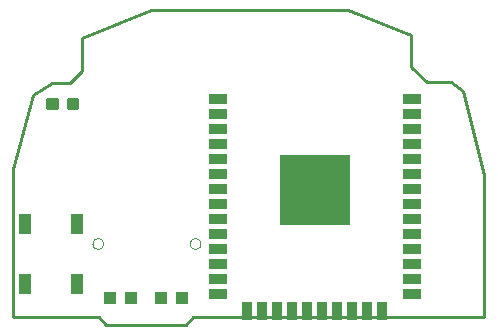
<source format=gtp>
G75*
G70*
%OFA0B0*%
%FSLAX24Y24*%
%IPPOS*%
%LPD*%
%AMOC8*
5,1,8,0,0,1.08239X$1,22.5*
%
%ADD10C,0.0100*%
%ADD11C,0.0000*%
%ADD12R,0.0591X0.0354*%
%ADD13R,0.0354X0.0591*%
%ADD14R,0.2362X0.2362*%
%ADD15R,0.0394X0.0433*%
%ADD16C,0.0118*%
%ADD17R,0.0400X0.0700*%
D10*
X003490Y003381D02*
X003740Y003131D01*
X006390Y003131D01*
X006640Y003381D01*
X016340Y003381D01*
X016340Y008131D01*
X015640Y010931D01*
X015240Y011231D01*
X014440Y011231D01*
X013890Y011731D01*
X013890Y012781D01*
X011790Y013631D01*
X005240Y013631D01*
X002940Y012681D01*
X002940Y011581D01*
X002540Y011181D01*
X001940Y011181D01*
X001290Y010781D01*
X000640Y008331D01*
X000640Y003381D01*
X003490Y003381D01*
D11*
X003277Y005831D02*
X003279Y005857D01*
X003285Y005883D01*
X003294Y005907D01*
X003307Y005930D01*
X003324Y005950D01*
X003343Y005968D01*
X003365Y005983D01*
X003388Y005994D01*
X003413Y006002D01*
X003439Y006006D01*
X003465Y006006D01*
X003491Y006002D01*
X003516Y005994D01*
X003540Y005983D01*
X003561Y005968D01*
X003580Y005950D01*
X003597Y005930D01*
X003610Y005907D01*
X003619Y005883D01*
X003625Y005857D01*
X003627Y005831D01*
X003625Y005805D01*
X003619Y005779D01*
X003610Y005755D01*
X003597Y005732D01*
X003580Y005712D01*
X003561Y005694D01*
X003539Y005679D01*
X003516Y005668D01*
X003491Y005660D01*
X003465Y005656D01*
X003439Y005656D01*
X003413Y005660D01*
X003388Y005668D01*
X003364Y005679D01*
X003343Y005694D01*
X003324Y005712D01*
X003307Y005732D01*
X003294Y005755D01*
X003285Y005779D01*
X003279Y005805D01*
X003277Y005831D01*
X006527Y005831D02*
X006529Y005857D01*
X006535Y005883D01*
X006544Y005907D01*
X006557Y005930D01*
X006574Y005950D01*
X006593Y005968D01*
X006615Y005983D01*
X006638Y005994D01*
X006663Y006002D01*
X006689Y006006D01*
X006715Y006006D01*
X006741Y006002D01*
X006766Y005994D01*
X006790Y005983D01*
X006811Y005968D01*
X006830Y005950D01*
X006847Y005930D01*
X006860Y005907D01*
X006869Y005883D01*
X006875Y005857D01*
X006877Y005831D01*
X006875Y005805D01*
X006869Y005779D01*
X006860Y005755D01*
X006847Y005732D01*
X006830Y005712D01*
X006811Y005694D01*
X006789Y005679D01*
X006766Y005668D01*
X006741Y005660D01*
X006715Y005656D01*
X006689Y005656D01*
X006663Y005660D01*
X006638Y005668D01*
X006614Y005679D01*
X006593Y005694D01*
X006574Y005712D01*
X006557Y005732D01*
X006544Y005755D01*
X006535Y005779D01*
X006529Y005805D01*
X006527Y005831D01*
D12*
X007447Y005662D03*
X007447Y005162D03*
X007447Y004662D03*
X007447Y004162D03*
X007447Y006162D03*
X007447Y006662D03*
X007447Y007162D03*
X007447Y007662D03*
X007447Y008162D03*
X007447Y008662D03*
X007447Y009162D03*
X007447Y009662D03*
X007447Y010162D03*
X007447Y010662D03*
X013933Y010662D03*
X013933Y010162D03*
X013933Y009662D03*
X013933Y009162D03*
X013933Y008662D03*
X013933Y008162D03*
X013933Y007662D03*
X013933Y007162D03*
X013933Y006662D03*
X013933Y006162D03*
X013933Y005662D03*
X013933Y005162D03*
X013933Y004662D03*
X013933Y004162D03*
D13*
X012940Y003576D03*
X012440Y003576D03*
X011940Y003576D03*
X011440Y003576D03*
X010940Y003576D03*
X010440Y003576D03*
X009940Y003576D03*
X009440Y003576D03*
X008940Y003576D03*
X008440Y003576D03*
D14*
X010690Y007631D03*
D15*
X006270Y004031D03*
X005560Y004031D03*
X004570Y004031D03*
X003860Y004031D03*
D16*
X002497Y010343D02*
X002497Y010619D01*
X002773Y010619D01*
X002773Y010343D01*
X002497Y010343D01*
X002497Y010460D02*
X002773Y010460D01*
X002773Y010577D02*
X002497Y010577D01*
X001807Y010619D02*
X001807Y010343D01*
X001807Y010619D02*
X002083Y010619D01*
X002083Y010343D01*
X001807Y010343D01*
X001807Y010460D02*
X002083Y010460D01*
X002083Y010577D02*
X001807Y010577D01*
D17*
X001033Y006481D03*
X002747Y006481D03*
X002747Y004481D03*
X001033Y004481D03*
M02*

</source>
